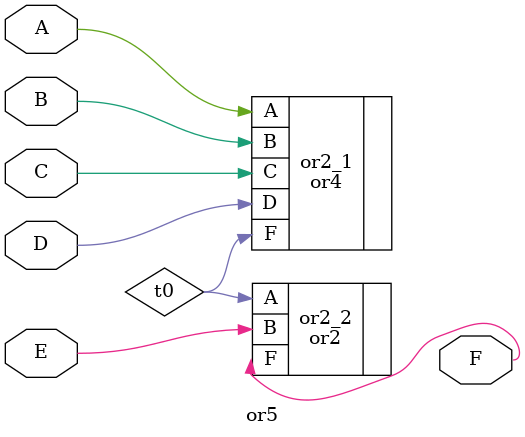
<source format=v>
`timescale 1ns / 1ps

module or5
  (input A, B, C, D, E, 
   output F);

wire t0;

or4 or2_1 (.A(A), .B(B), .C(C), .D(D), .F(t0));
or2 or2_2 (.A(t0), .B(E), .F(F));

endmodule


</source>
